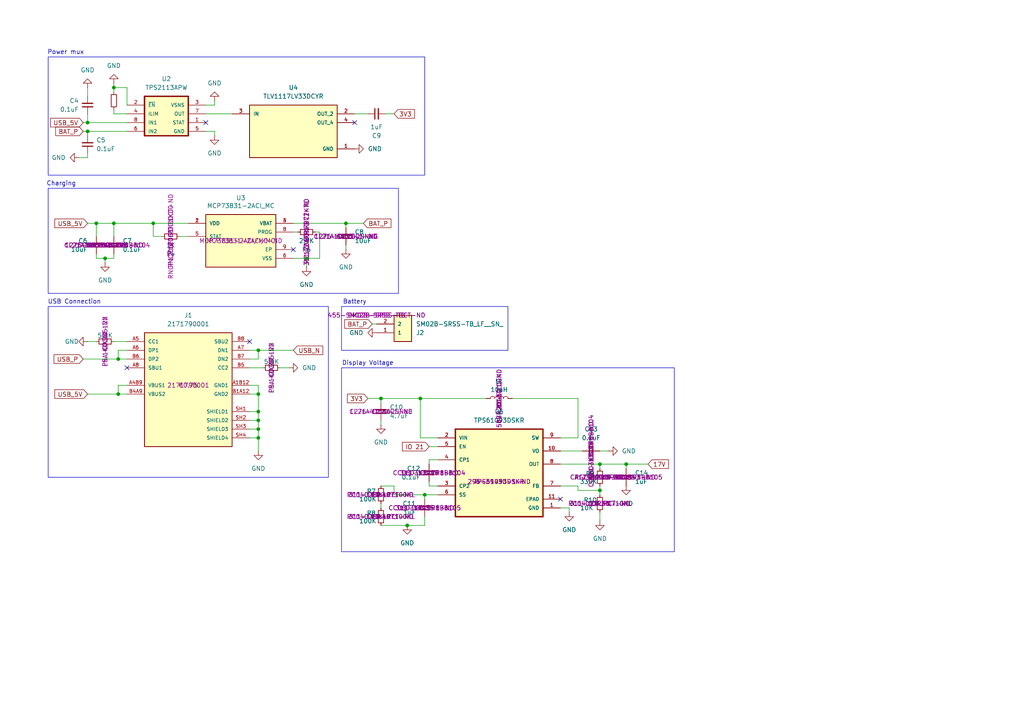
<source format=kicad_sch>
(kicad_sch (version 20250114) (generator "eeschema") (generator_version "9.0")
  (paper "A4")
  (title_block (title "Power") (date "2025-02-25") (rev "1"))
  (lib_symbols
    (symbol "2171790001:2171790001" (pin_names (offset 1.016))
      (property "Reference" "J4" (at 0 20.32 0))
      (property "Value" "2171790001" (at 0 17.78 0))
      (property "Manufacturer_Part_Number" "2171790001" (at 0 0 0))
      (property "Price" "€0.75" (at 0 0 0))
      (symbol "2171790001_0_0"
        (rectangle (start -12.7 -17.78) (end 12.7 15.24) (stroke (width 0.254)) (fill (type background)))
        (pin bidirectional line (at -17.78 12.7 0) (length 5.08) (name "CC1") (number "A5"))
        (pin bidirectional line (at -17.78 10.16 0) (length 5.08) (name "DP1") (number "A6"))
        (pin bidirectional line (at -17.78 7.62 0) (length 5.08) (name "DP2") (number "B6"))
        (pin bidirectional line (at -17.78 5.08 0) (length 5.08) (name "SBU1") (number "A8"))
        (pin power_in line (at -17.78 0 0) (length 5.08) (name "VBUS1") (number "A4B9"))
        (pin power_in line (at -17.78 -2.54 0) (length 5.08) (name "VBUS2") (number "B4A9"))
        (pin bidirectional line (at 17.78 12.7 180) (length 5.08) (name "SBU2") (number "B8"))
        (pin bidirectional line (at 17.78 10.16 180) (length 5.08) (name "DN1") (number "A7"))
        (pin bidirectional line (at 17.78 7.62 180) (length 5.08) (name "DN2") (number "B7"))
        (pin bidirectional line (at 17.78 5.08 180) (length 5.08) (name "CC2") (number "B5"))
        (pin power_in line (at 17.78 0 180) (length 5.08) (name "GND1") (number "A1B12"))
        (pin power_in line (at 17.78 -2.54 180) (length 5.08) (name "GND2") (number "B1A12"))
        (pin passive line (at 17.78 -7.62 180) (length 5.08) (name "SHIELD1") (number "SH1"))
        (pin passive line (at 17.78 -10.16 180) (length 5.08) (name "SHIELD2") (number "SH2"))
        (pin passive line (at 17.78 -12.7 180) (length 5.08) (name "SHIELD3") (number "SH3"))
        (pin passive line (at 17.78 -15.24 180) (length 5.08) (name "SHIELD4") (number "SH4"))
      )
    )
    (symbol "Device:C_Small" (pin_numbers (hide yes)) (pin_names (offset 0.254) (hide yes))
      (property "Reference" "C" (at 0.254 1.778 0))
      (property "Value" "C_Small" (at 0.254 -2.032 0))
      (symbol "C_Small_0_1"
        (polyline (pts (xy -1.524 0.508) (xy 1.524 0.508)) (stroke (width 0.3048)))
        (polyline (pts (xy -1.524 -0.508) (xy 1.524 -0.508)) (stroke (width 0.3302)))
      )
      (symbol "C_Small_1_1"
        (pin passive line (at 0 2.54 270) (length 2.032) (name "~") (number "1"))
        (pin passive line (at 0 -2.54 90) (length 2.032) (name "~") (number "2"))
      )
    )
    (symbol "Device:L" (pin_numbers (hide yes)) (pin_names (offset 1.016) (hide yes))
      (property "Reference" "L" (at -1.27 0 90))
      (property "Value" "L" (at 1.905 0 90))
      (symbol "L_0_1"
        (arc (start 0 2.54) (mid 0.6323 1.905) (end 0 1.27))
        (arc (start 0 1.27) (mid 0.6323 0.635) (end 0 0))
        (arc (start 0 0) (mid 0.6323 -0.635) (end 0 -1.27))
        (arc (start 0 -1.27) (mid 0.6323 -1.905) (end 0 -2.54))
      )
      (symbol "L_1_1"
        (pin passive line (at 0 3.81 270) (length 1.27) (name "1") (number "1"))
        (pin passive line (at 0 -3.81 90) (length 1.27) (name "2") (number "2"))
      )
    )
    (symbol "Device:R_Small" (pin_numbers (hide yes)) (pin_names (offset 0.254) (hide yes))
      (property "Reference" "R" (at 0.762 0.508 0))
      (property "Value" "R_Small" (at 0.762 -1.016 0))
      (symbol "R_Small_0_1"
        (rectangle (start -0.762 1.778) (end 0.762 -1.778) (stroke (width 0.2032)))
      )
      (symbol "R_Small_1_1"
        (pin passive line (at 0 2.54 270) (length 0.762) (name "~") (number "1"))
        (pin passive line (at 0 -2.54 90) (length 0.762) (name "~") (number "2"))
      )
    )
    (symbol "MCP73831-2ACI_MC:MCP73831-2ACI_MC" (pin_names (offset 1.016))
      (property "Reference" "U3" (at 0 12.7 0))
      (property "Value" "MCP73831-2ACI_MC" (at 0 10.16 0))
      (symbol "MCP73831-2ACI_MC_0_0"
        (rectangle (start -10.16 -7.62) (end 10.16 7.62) (stroke (width 0.254)) (fill (type background)))
        (pin power_in line (at -15.24 5.08 0) (length 5.08) (name "VDD") (number "1"))
        (pin power_in line (at -15.24 5.08 0) (length 5.08) (name "VDD") (number "2"))
        (pin output line (at -15.24 1.27 0) (length 5.08) (name "STAT") (number "5"))
        (pin output line (at 15.24 5.08 180) (length 5.08) (name "VBAT") (number "3"))
        (pin output line (at 15.24 5.08 180) (length 5.08) (name "VBAT") (number "4"))
        (pin input line (at 15.24 2.54 180) (length 5.08) (name "PROG") (number "8"))
        (pin power_in line (at 15.24 -2.54 180) (length 5.08) (name "EP") (number "9"))
        (pin power_in line (at 15.24 -5.08 180) (length 5.08) (name "VSS") (number "6"))
      )
    )
    (symbol "SM02B-SRSS-TB_LF__SN_:SM02B-SRSS-TB_LF__SN_" (pin_names (offset 1.016))
      (property "Reference" "J2" (at 11.43 5.0801 0))
      (property "Value" "SM02B-SRSS-TB_LF__SN_" (at 11.43 2.5401 0))
      (symbol "SM02B-SRSS-TB_LF__SN__0_0"
        (rectangle (start 5.08 0) (end 10.16 7.62) (stroke (width 0.254)) (fill (type background)))
        (pin power_out line (at 0 5.08 0) (length 5.08) (name "1") (number "1"))
        (pin input line (at 0 2.54 0) (length 5.08) (name "2") (number "2"))
      )
    )
    (symbol "TLV1117LV33DCYR:TLV1117LV33DCYR" (pin_names (offset 1.016))
      (property "Reference" "U" (at -12.7 8.62 0))
      (property "Value" "TLV1117LV33DCYR" (at -12.7 -11.62 0))
      (symbol "TLV1117LV33DCYR_0_0"
        (rectangle (start -12.7 -7.62) (end 12.7 7.62) (stroke (width 0.254)) (fill (type background)))
        (pin input line (at -17.78 5.08 0) (length 5.08) (name "IN") (number "3"))
        (pin output line (at 17.78 5.08 180) (length 5.08) (name "OUT_2") (number "2"))
        (pin output line (at 17.78 2.54 180) (length 5.08) (name "OUT_4") (number "4"))
        (pin power_in line (at 17.78 -5.08 180) (length 5.08) (name "GND") (number "1"))
      )
    )
    (symbol "TPS2113APW:TPS2113APW" (pin_names (offset 1.016))
      (property "Reference" "U4" (at 0 17.78 0))
      (property "Value" "TPS2113APW" (at 0 15.24 0))
      (symbol "TPS2113APW_0_0"
        (rectangle (start -6.35 12.7) (end 6.35 1.27) (stroke (width 0.41)) (fill (type background)))
        (pin input line (at -11.43 10.16 0) (length 5.08) (name "~{EN}") (number "2"))
        (pin input line (at -11.43 7.62 0) (length 5.08) (name "ILIM") (number "4"))
        (pin input line (at -11.43 5.08 0) (length 5.08) (name "IN1") (number "8"))
        (pin input line (at -11.43 2.54 0) (length 5.08) (name "IN2") (number "6"))
        (pin power_in line (at 11.43 10.16 180) (length 5.08) (name "VSNS") (number "3"))
        (pin output line (at 11.43 7.62 180) (length 5.08) (name "OUT") (number "7"))
        (pin output line (at 11.43 5.08 180) (length 5.08) (name "STAT") (number "1"))
        (pin power_in line (at 11.43 2.54 180) (length 5.08) (name "GND") (number "5"))
      )
    )
    (symbol "TPS61093DSKR:TPS61093DSKR" (pin_names (offset 1.016))
      (property "Reference" "U5" (at 0 20.32 0))
      (property "Value" "TPS61093DSKR" (at 0 17.78 0))
      (symbol "TPS61093DSKR_0_0"
        (rectangle (start -12.7 15.24) (end 12.7 -10.16) (stroke (width 0.41)) (fill (type background)))
        (pin input line (at -17.78 12.7 0) (length 5.08) (name "VIN") (number "2"))
        (pin input line (at -17.78 10.16 0) (length 5.08) (name "EN") (number "5"))
        (pin bidirectional line (at -17.78 6.35 0) (length 5.08) (name "CP1") (number "4"))
        (pin bidirectional line (at -17.78 -1.27 0) (length 5.08) (name "CP2") (number "3"))
        (pin input line (at -17.78 -3.81 0) (length 5.08) (name "SS") (number "6"))
        (pin output line (at 17.78 12.7 180) (length 5.08) (name "SW") (number "9"))
        (pin output line (at 17.78 8.89 180) (length 5.08) (name "VO") (number "10"))
        (pin output line (at 17.78 5.08 180) (length 5.08) (name "OUT") (number "8"))
        (pin input line (at 17.78 -1.27 180) (length 5.08) (name "FB") (number "7"))
        (pin power_in line (at 17.78 -5.08 180) (length 5.08) (name "EPAD") (number "11"))
        (pin power_in line (at 17.78 -7.62 180) (length 5.08) (name "GND") (number "1"))
      )
    )
    (symbol "power:GND" (power) (pin_numbers (hide yes)) (pin_names (offset 0) (hide yes))
      (property "Value" "GND" (at 0 -3.81 0))
      (symbol "GND_0_1"
        (polyline (pts (xy 0 0) (xy 0 -1.27) (xy 1.27 -1.27) (xy 0 -2.54) (xy -1.27 -1.27) (xy 0 -1.27)))
      )
      (symbol "GND_1_1"
        (pin power_in line (at 0 0 270) (length 0) (name "~") (number "1"))
      )
    )
  )
  (rectangle (start 99.06 88.9) (end 147.32 101.6))
  (rectangle (start 99.06 106.68) (end 195.58 160.02))
  (rectangle (start 13.97 88.9) (end 95.25 138.43))
  (rectangle (start 13.97 54.61) (end 115.57 85.09))
  (rectangle (start 13.97 16.51) (end 123.19 50.8))
  (text "Charging" (at 17.78 53.34 0) (effects (font (size 1.27 1.27))))
  (text "Power mux" (at 19.05 15.24 0) (effects (font (size 1.27 1.27))))
  (text "USB Connection" (at 21.59 87.63 0) (effects (font (size 1.27 1.27))))
  (text "Battery" (at 102.87 87.63 0) (effects (font (size 1.27 1.27))))
  (text "Display Voltage" (at 106.68 105.41 0) (effects (font (size 1.27 1.27))))
  (junction (at 34.29 114.3))
  (junction (at 74.93 114.3))
  (junction (at 181.61 134.62))
  (junction (at 123.19 143.51))
  (junction (at 33.02 64.77))
  (junction (at 27.94 64.77))
  (junction (at 121.92 115.57))
  (junction (at 88.9 74.93))
  (junction (at 74.93 121.92))
  (junction (at 25.4 35.56))
  (junction (at 118.11 152.4))
  (junction (at 110.49 115.57))
  (junction (at 33.02 25.4))
  (junction (at 25.4 38.1))
  (junction (at 74.93 101.6))
  (junction (at 30.48 74.93))
  (junction (at 74.93 119.38))
  (junction (at 173.99 142.24))
  (junction (at 74.93 124.46))
  (junction (at 74.93 127))
  (junction (at 100.33 64.77))
  (junction (at 173.99 134.62))
  (junction (at 34.29 104.14))
  (junction (at 44.45 64.77))
  (no_connect (at 102.87 35.56))
  (no_connect (at 59.69 35.56))
  (no_connect (at 36.83 106.68))
  (no_connect (at 162.56 144.78))
  (no_connect (at 85.09 72.39))
  (no_connect (at 72.39 99.06))
  (wire (pts (xy 25.4 64.77) (xy 27.94 64.77)))
  (wire (pts (xy 110.49 121.92) (xy 110.49 123.19)))
  (wire (pts (xy 74.93 114.3) (xy 74.93 119.38)))
  (wire (pts (xy 124.46 134.62) (xy 124.46 133.35)))
  (wire (pts (xy 34.29 101.6) (xy 34.29 104.14)))
  (wire (pts (xy 25.4 38.1) (xy 36.83 38.1)))
  (wire (pts (xy 124.46 133.35) (xy 127 133.35)))
  (wire (pts (xy 72.39 101.6) (xy 74.93 101.6)))
  (wire (pts (xy 92.71 67.31) (xy 91.44 67.31)))
  (wire (pts (xy 110.49 146.05) (xy 110.49 147.32)))
  (wire (pts (xy 148.59 115.57) (xy 167.64 115.57)))
  (wire (pts (xy 123.19 152.4) (xy 123.19 149.86)))
  (wire (pts (xy 165.1 147.32) (xy 165.1 148.59)))
  (wire (pts (xy 33.02 64.77) (xy 33.02 68.58)))
  (wire (pts (xy 173.99 140.97) (xy 173.99 142.24)))
  (wire (pts (xy 72.39 124.46) (xy 74.93 124.46)))
  (wire (pts (xy 92.71 67.31) (xy 92.71 74.93)))
  (wire (pts (xy 33.02 64.77) (xy 44.45 64.77)))
  (wire (pts (xy 162.56 147.32) (xy 165.1 147.32)))
  (wire (pts (xy 25.4 27.94) (xy 25.4 25.4)))
  (wire (pts (xy 36.83 101.6) (xy 34.29 101.6)))
  (wire (pts (xy 30.48 74.93) (xy 33.02 74.93)))
  (wire (pts (xy 74.93 127) (xy 74.93 130.81)))
  (wire (pts (xy 72.39 114.3) (xy 74.93 114.3)))
  (wire (pts (xy 167.64 142.24) (xy 167.64 140.97)))
  (wire (pts (xy 27.94 74.93) (xy 27.94 73.66)))
  (wire (pts (xy 52.07 68.58) (xy 54.61 68.58)))
  (wire (pts (xy 74.93 119.38) (xy 74.93 121.92)))
  (wire (pts (xy 27.94 74.93) (xy 30.48 74.93)))
  (wire (pts (xy 27.94 64.77) (xy 33.02 64.77)))
  (wire (pts (xy 121.92 115.57) (xy 140.97 115.57)))
  (wire (pts (xy 34.29 111.76) (xy 34.29 114.3)))
  (wire (pts (xy 173.99 134.62) (xy 181.61 134.62)))
  (wire (pts (xy 74.93 104.14) (xy 74.93 101.6)))
  (wire (pts (xy 59.69 38.1) (xy 62.23 38.1)))
  (wire (pts (xy 27.94 64.77) (xy 27.94 68.58)))
  (wire (pts (xy 74.93 124.46) (xy 74.93 127)))
  (wire (pts (xy 100.33 64.77) (xy 105.41 64.77)))
  (wire (pts (xy 124.46 129.54) (xy 127 129.54)))
  (wire (pts (xy 34.29 104.14) (xy 24.13 104.14)))
  (wire (pts (xy 25.4 39.37) (xy 25.4 38.1)))
  (wire (pts (xy 72.39 106.68) (xy 76.2 106.68)))
  (wire (pts (xy 173.99 142.24) (xy 167.64 142.24)))
  (wire (pts (xy 33.02 24.13) (xy 33.02 25.4)))
  (wire (pts (xy 74.93 127) (xy 72.39 127)))
  (wire (pts (xy 173.99 134.62) (xy 173.99 135.89)))
  (wire (pts (xy 74.93 101.6) (xy 85.09 101.6)))
  (wire (pts (xy 30.48 74.93) (xy 30.48 76.2)))
  (wire (pts (xy 85.09 64.77) (xy 100.33 64.77)))
  (wire (pts (xy 81.28 106.68) (xy 83.82 106.68)))
  (wire (pts (xy 36.83 114.3) (xy 34.29 114.3)))
  (wire (pts (xy 109.22 93.98) (xy 107.95 93.98)))
  (wire (pts (xy 25.4 45.72) (xy 25.4 44.45)))
  (wire (pts (xy 72.39 121.92) (xy 74.93 121.92)))
  (wire (pts (xy 176.53 130.81) (xy 173.99 130.81)))
  (wire (pts (xy 162.56 130.81) (xy 168.91 130.81)))
  (wire (pts (xy 110.49 152.4) (xy 118.11 152.4)))
  (wire (pts (xy 123.19 143.51) (xy 114.3 143.51)))
  (wire (pts (xy 114.3 140.97) (xy 114.3 143.51)))
  (wire (pts (xy 123.19 143.51) (xy 123.19 144.78)))
  (wire (pts (xy 62.23 30.48) (xy 62.23 29.21)))
  (wire (pts (xy 33.02 99.06) (xy 36.83 99.06)))
  (wire (pts (xy 111.76 33.02) (xy 114.3 33.02)))
  (wire (pts (xy 102.87 33.02) (xy 106.68 33.02)))
  (wire (pts (xy 44.45 64.77) (xy 44.45 68.58)))
  (wire (pts (xy 36.83 104.14) (xy 34.29 104.14)))
  (wire (pts (xy 72.39 119.38) (xy 74.93 119.38)))
  (wire (pts (xy 22.86 45.72) (xy 25.4 45.72)))
  (wire (pts (xy 110.49 115.57) (xy 121.92 115.57)))
  (wire (pts (xy 162.56 134.62) (xy 173.99 134.62)))
  (wire (pts (xy 33.02 31.75) (xy 33.02 33.02)))
  (wire (pts (xy 36.83 111.76) (xy 34.29 111.76)))
  (wire (pts (xy 181.61 134.62) (xy 187.96 134.62)))
  (wire (pts (xy 173.99 142.24) (xy 173.99 143.51)))
  (wire (pts (xy 74.93 121.92) (xy 74.93 124.46)))
  (wire (pts (xy 44.45 68.58) (xy 46.99 68.58)))
  (wire (pts (xy 181.61 135.89) (xy 181.61 134.62)))
  (wire (pts (xy 88.9 74.93) (xy 88.9 77.47)))
  (wire (pts (xy 100.33 66.04) (xy 100.33 64.77)))
  (wire (pts (xy 100.33 71.12) (xy 100.33 72.39)))
  (wire (pts (xy 167.64 127) (xy 167.64 115.57)))
  (wire (pts (xy 25.4 99.06) (xy 27.94 99.06)))
  (wire (pts (xy 110.49 115.57) (xy 110.49 116.84)))
  (wire (pts (xy 36.83 33.02) (xy 33.02 33.02)))
  (wire (pts (xy 162.56 127) (xy 167.64 127)))
  (wire (pts (xy 59.69 30.48) (xy 62.23 30.48)))
  (wire (pts (xy 121.92 127) (xy 127 127)))
  (wire (pts (xy 44.45 64.77) (xy 54.61 64.77)))
  (wire (pts (xy 24.13 35.56) (xy 25.4 35.56)))
  (wire (pts (xy 124.46 139.7) (xy 124.46 140.97)))
  (wire (pts (xy 85.09 74.93) (xy 88.9 74.93)))
  (wire (pts (xy 118.11 152.4) (xy 123.19 152.4)))
  (wire (pts (xy 62.23 38.1) (xy 62.23 39.37)))
  (wire (pts (xy 72.39 111.76) (xy 74.93 111.76)))
  (wire (pts (xy 92.71 74.93) (xy 88.9 74.93)))
  (wire (pts (xy 74.93 111.76) (xy 74.93 114.3)))
  (wire (pts (xy 173.99 148.59) (xy 173.99 151.13)))
  (wire (pts (xy 25.4 33.02) (xy 25.4 35.56)))
  (wire (pts (xy 72.39 104.14) (xy 74.93 104.14)))
  (wire (pts (xy 127 143.51) (xy 123.19 143.51)))
  (wire (pts (xy 33.02 25.4) (xy 36.83 25.4)))
  (wire (pts (xy 33.02 74.93) (xy 33.02 73.66)))
  (wire (pts (xy 34.29 114.3) (xy 25.4 114.3)))
  (wire (pts (xy 24.13 38.1) (xy 25.4 38.1)))
  (wire (pts (xy 85.09 67.31) (xy 86.36 67.31)))
  (wire (pts (xy 110.49 140.97) (xy 114.3 140.97)))
  (wire (pts (xy 106.68 115.57) (xy 110.49 115.57)))
  (wire (pts (xy 33.02 25.4) (xy 33.02 26.67)))
  (wire (pts (xy 167.64 140.97) (xy 162.56 140.97)))
  (wire (pts (xy 36.83 30.48) (xy 36.83 25.4)))
  (wire (pts (xy 124.46 140.97) (xy 127 140.97)))
  (wire (pts (xy 59.69 33.02) (xy 67.31 33.02)))
  (wire (pts (xy 25.4 35.56) (xy 36.83 35.56)))
  (wire (pts (xy 121.92 127) (xy 121.92 115.57)))
  (global_label "USB_5V" (shape input) (at 24.13 35.56 180) (property "Intersheetrefs" "${INTERSHEET_REFS}" (effects (hide yes))))
  (global_label "BAT_P" (shape input) (at 107.95 93.98 180) (property "Intersheetrefs" "${INTERSHEET_REFS}" (effects (hide yes))))
  (global_label "17V" (shape input) (at 187.96 134.62 0) (property "Intersheetrefs" "${INTERSHEET_REFS}" (effects (hide yes))))
  (global_label "USB_5V" (shape input) (at 25.4 114.3 180) (property "Intersheetrefs" "${INTERSHEET_REFS}" (effects (hide yes))))
  (global_label "3V3" (shape input) (at 106.68 115.57 180) (property "Intersheetrefs" "${INTERSHEET_REFS}" (effects (hide yes))))
  (global_label "USB_5V" (shape input) (at 25.4 64.77 180) (property "Intersheetrefs" "${INTERSHEET_REFS}" (effects (hide yes))))
  (global_label "USB_P" (shape input) (at 24.13 104.14 180) (property "Intersheetrefs" "${INTERSHEET_REFS}" (effects (hide yes))))
  (global_label "BAT_P" (shape input) (at 24.13 38.1 180) (property "Intersheetrefs" "${INTERSHEET_REFS}" (effects (hide yes))))
  (global_label "IO 21" (shape input) (at 124.46 129.54 180) (property "Intersheetrefs" "${INTERSHEET_REFS}" (effects (hide yes))))
  (global_label "3V3" (shape input) (at 114.3 33.02 0) (property "Intersheetrefs" "${INTERSHEET_REFS}" (effects (hide yes))))
  (global_label "BAT_P" (shape input) (at 105.41 64.77 0) (property "Intersheetrefs" "${INTERSHEET_REFS}" (effects (hide yes))))
  (global_label "USB_N" (shape input) (at 85.09 101.6 0) (property "Intersheetrefs" "${INTERSHEET_REFS}" (effects (hide yes))))
  (symbol (lib_id "TPS61093DSKR:TPS61093DSKR") (at 144.78 139.7 0) (unit 1)
    (property "Reference" "U5" (at 144.78 119.38 0))
    (property "Value" "TPS61093DSKR" (at 144.78 121.92 0))
    (property "Footprint" "Footprints:SON50P250X250X80-11N" (effects (hide yes)))
    (property "Datasheet" "${KIPRJMOD}/Datasheets/tps61093.pdf" (effects (hide yes)))
    (property "Price" "€1.96" (effects (hide yes)))
    (property "DigiKey_Part_Number" "296-39430-1-ND" (at 144.78 139.7 0))
    (property "Manufacturer_Part_Number" "TPS61093DSKR" (at 144.78 139.7 0))
  )
  (symbol (lib_id "power:GND") (at 100.33 72.39 0) (unit 1)
    (property "Reference" "#PWR014" (effects (hide yes)))
    (property "Value" "GND" (at 100.33 77.47 0))
    (property "Description" "Power symbol creates a global label with name \"GND\" , ground" (effects (hide yes)))
  )
  (symbol (lib_id "Device:R_Small") (at 49.53 68.58 90) (mirror x) (unit 1)
    (property "Reference" "R4" (at 49.53 73.66 90))
    (property "Value" "1K" (at 49.53 71.12 90))
    (property "Footprint" "Resistor_SMD:R_1206_3216Metric" (effects (hide yes)))
    (property "Description" "Resistor, small symbol" (effects (hide yes)))
    (property "Price" "€0.70" (at 49.53 68.58 0))
    (property "DigiKey_Part_Number" "RNCP1206FTD1K00CT-ND" (at 49.53 68.58 0))
    (property "Manufacturer_Part_Number" "RNCP1206FTD1K00" (at 49.53 68.58 0))
  )
  (symbol (lib_id "Device:R_Small") (at 110.49 143.51 180) (unit 1)
    (property "Reference" "R7" (at 107.696 142.494 0))
    (property "Value" "100K" (at 106.68 144.78 0))
    (property "Footprint" "Resistor_SMD:R_0402_1005Metric" (effects (hide yes)))
    (property "Description" "Resistor, small symbol" (effects (hide yes)))
    (property "Price" "€0.40" (at 110.49 143.51 0))
    (property "DigiKey_Part_Number" "311-100KLRCT-ND" (at 110.49 143.51 0))
    (property "Manufacturer_Part_Number" "RC0402FR-07100KL" (at 110.49 143.51 0))
  )
  (symbol (lib_id "Device:C_Small") (at 110.49 119.38 180) (unit 1)
    (property "Reference" "C10" (at 113.03 118.1035 0) (effects (justify right)))
    (property "Value" "4.7uF" (at 113.03 120.6435 0) (effects (justify right)))
    (property "Footprint" "Capacitor_SMD:C_0805_2012Metric" (effects (hide yes)))
    (property "Description" "Unpolarized capacitor, small symbol" (effects (hide yes)))
    (property "Price" "€0.30" (at 110.49 119.38 0))
    (property "DigiKey_Part_Number" "1276-1244-1-ND" (at 110.49 119.38 0))
    (property "Manufacturer_Part_Number" "CL21A475KAQNNNE" (at 110.49 119.38 0))
  )
  (symbol (lib_id "Device:C_Small") (at 123.19 147.32 0) (mirror x) (unit 1)
    (property "Reference" "C11" (at 120.65 146.0435 0) (effects (justify right)))
    (property "Value" "1uF" (at 120.65 148.5835 0) (effects (justify right)))
    (property "Footprint" "Capacitor_SMD:C_0603_1608Metric" (effects (hide yes)))
    (property "Description" "Unpolarized capacitor, small symbol" (effects (hide yes)))
    (property "DigiKey_Part_Number" "311-1445-1-ND" (at 123.19 147.32 0))
    (property "Manufacturer_Part_Number" "CC0603KRX5R8BB105" (at 123.19 147.32 0))
    (property "Price" "€0.95" (at 123.19 147.32 0))
  )
  (symbol (lib_id "SM02B-SRSS-TB_LF__SN_:SM02B-SRSS-TB_LF__SN_") (at 109.22 91.44 0) (mirror x) (unit 1)
    (property "Reference" "J2" (at 120.65 96.5201 0) (effects (justify left)))
    (property "Value" "SM02B-SRSS-TB_LF__SN_" (at 120.65 93.9801 0) (effects (justify left)))
    (property "Footprint" "Footprints:SM02B-SRSS-TB_LF__SN_" (effects (hide yes)))
    (property "Price" "€0.37" (effects (hide yes)))
    (property "DigiKey_Part_Number" "455-SM02B-SRSS-TBCT-ND" (at 109.22 91.44 0))
    (property "Manufacturer_Part_Number" "SM02B-SRSS-TB" (at 109.22 91.44 0))
  )
  (symbol (lib_id "TLV1117LV33DCYR:TLV1117LV33DCYR") (at 85.09 38.1 0) (unit 1)
    (property "Reference" "U4" (at 85.09 25.4 0))
    (property "Value" "TLV1117LV33DCYR" (at 85.09 27.94 0))
    (property "Footprint" "Footprints:VREG_TLV1117LV33DCYR" (effects (hide yes)))
    (property "Datasheet" "${KIPRJMOD}/Datasheets/tlv1117lv.pdf" (effects (hide yes)))
    (property "DigiKey_Part_Number" "296-28778-1-ND" (effects (hide yes)))
    (property "Manufacturer_Part_Number" "TLV1117LV33DCYR" (effects (hide yes)))
    (property "Price" "€0.21" (effects (hide yes)))
  )
  (symbol (lib_id "power:GND") (at 22.86 45.72 270) (unit 1)
    (property "Reference" "#PWR04" (effects (hide yes)))
    (property "Value" "GND" (at 19.05 45.7199 90) (effects (justify right)))
    (property "Description" "Power symbol creates a global label with name \"GND\" , ground" (effects (hide yes)))
  )
  (symbol (lib_id "Device:C_Small") (at 100.33 68.58 180) (unit 1)
    (property "Reference" "C8" (at 102.87 67.3035 0) (effects (justify right)))
    (property "Value" "10uF" (at 102.87 69.8435 0) (effects (justify right)))
    (property "Footprint" "Capacitor_SMD:C_0805_2012Metric" (effects (hide yes)))
    (property "Description" "Unpolarized capacitor, small symbol" (effects (hide yes)))
    (property "Price" "€0.16" (at 100.33 68.58 0))
    (property "DigiKey_Part_Number" "1276-6455-1-ND" (at 100.33 68.58 0))
    (property "Manufacturer_Part_Number" "CL21A106KOQNNNG" (at 100.33 68.58 0))
  )
  (symbol (lib_id "power:GND") (at 118.11 152.4 0) (unit 1)
    (property "Reference" "#PWR018" (effects (hide yes)))
    (property "Value" "GND" (at 118.11 157.48 0))
    (property "Description" "Power symbol creates a global label with name \"GND\" , ground" (effects (hide yes)))
  )
  (symbol (lib_id "Device:C_Small") (at 25.4 30.48 0) (mirror x) (unit 1)
    (property "Reference" "C4" (at 22.86 29.2035 0) (effects (justify right)))
    (property "Value" "0.1uF" (at 22.86 31.7435 0) (effects (justify right)))
    (property "Footprint" "Capacitor_SMD:C_0603_1608Metric" (effects (hide yes)))
    (property "Description" "Unpolarized capacitor, small symbol" (effects (hide yes)))
    (property "DigiKey_Part_Number" "311-1341-1-ND" (effects (hide yes)))
    (property "Price" "€0.48" (effects (hide yes)))
    (property "Manufacturer_Part_Number" "CC0603KRX7R8BB104" (effects (hide yes)))
  )
  (symbol (lib_id "Device:C_Small") (at 181.61 138.43 180) (unit 1)
    (property "Reference" "C14" (at 184.15 137.1535 0) (effects (justify right)))
    (property "Value" "1uF" (at 184.15 139.6935 0) (effects (justify right)))
    (property "Footprint" "Capacitor_SMD:C_0603_1608Metric" (effects (hide yes)))
    (property "Description" "Unpolarized capacitor, small symbol" (effects (hide yes)))
    (property "DigiKey_Part_Number" "311-1445-1-ND" (at 181.61 138.43 0))
    (property "Manufacturer_Part_Number" "CC0603KRX5R8BB105" (at 181.61 138.43 0))
    (property "Price" "€0.95" (at 181.61 138.43 0))
  )
  (symbol (lib_id "power:GND") (at 33.02 24.13 180) (unit 1)
    (property "Reference" "#PWR08" (effects (hide yes)))
    (property "Value" "GND" (at 33.02 19.05 0))
    (property "Description" "Power symbol creates a global label with name \"GND\" , ground" (effects (hide yes)))
  )
  (symbol (lib_id "Device:R_Small") (at 33.02 29.21 180) (unit 1)
    (property "Reference" "R3" (effects (hide yes)))
    (property "Value" "10K" (effects (hide yes)))
    (property "Footprint" "Resistor_SMD:R_0402_1005Metric" (effects (hide yes)))
    (property "Description" "Resistor, small symbol" (effects (hide yes)))
    (property "Price" "€0.30" (effects (hide yes)))
    (property "DigiKey_Part_Number" "311-10KJRCT-ND" (effects (hide yes)))
    (property "Manufacturer_Part_Number" "RC0402JR-0710KL" (effects (hide yes)))
  )
  (symbol (lib_id "Device:C_Small") (at 171.45 130.81 90) (mirror x) (unit 1)
    (property "Reference" "C13" (at 171.4564 124.46 90))
    (property "Value" "0.1uF" (at 171.4564 127 90))
    (property "Footprint" "Capacitor_SMD:C_0603_1608Metric" (effects (hide yes)))
    (property "Description" "Unpolarized capacitor, small symbol" (effects (hide yes)))
    (property "DigiKey_Part_Number" "311-1341-1-ND" (at 171.45 130.81 0))
    (property "Price" "€0.48" (at 171.45 130.81 0))
    (property "Manufacturer_Part_Number" "CC0603KRX7R8BB104" (at 171.45 130.81 0))
  )
  (symbol (lib_id "Device:C_Small") (at 124.46 137.16 0) (mirror x) (unit 1)
    (property "Reference" "C12" (at 121.92 135.8835 0) (effects (justify right)))
    (property "Value" "0.1uF" (at 121.92 138.4235 0) (effects (justify right)))
    (property "Footprint" "Capacitor_SMD:C_0603_1608Metric" (effects (hide yes)))
    (property "Description" "Unpolarized capacitor, small symbol" (effects (hide yes)))
    (property "DigiKey_Part_Number" "311-1341-1-ND" (at 124.46 137.16 0))
    (property "Price" "€0.48" (at 124.46 137.16 0))
    (property "Manufacturer_Part_Number" "CC0603KRX7R8BB104" (at 124.46 137.16 0))
  )
  (symbol (lib_id "power:GND") (at 165.1 148.59 0) (unit 1)
    (property "Reference" "#PWR019" (effects (hide yes)))
    (property "Value" "GND" (at 165.1 153.67 0))
    (property "Description" "Power symbol creates a global label with name \"GND\" , ground" (effects (hide yes)))
  )
  (symbol (lib_id "power:GND") (at 74.93 130.81 0) (unit 1)
    (property "Reference" "#PWR011" (effects (hide yes)))
    (property "Value" "GND" (at 74.93 135.89 0))
    (property "Description" "Power symbol creates a global label with name \"GND\" , ground" (effects (hide yes)))
  )
  (symbol (lib_id "2171790001:2171790001") (at 54.61 111.76 0) (unit 1)
    (property "Reference" "J1" (at 54.61 91.44 0))
    (property "Value" "2171790001" (at 54.61 93.98 0))
    (property "Footprint" "Footprints:MOLEX_2171790001" (effects (hide yes)))
    (property "Datasheet" "${KIPRJMOD}/Datasheets/2171790001.pdf" (effects (hide yes)))
    (property "DigiKey_Part_Number" "900-2171790001CT-ND" (effects (hide yes)))
    (property "Manufacturer_Part_Number" "2171790001" (at 54.61 111.76 0))
    (property "Price" "€0.75" (at 54.61 111.76 0))
  )
  (symbol (lib_id "power:GND") (at 25.4 25.4 180) (unit 1)
    (property "Reference" "#PWR05" (effects (hide yes)))
    (property "Value" "GND" (at 25.4 20.32 0))
    (property "Description" "Power symbol creates a global label with name \"GND\" , ground" (effects (hide yes)))
  )
  (symbol (lib_id "power:GND") (at 62.23 29.21 180) (unit 1)
    (property "Reference" "#PWR09" (effects (hide yes)))
    (property "Value" "GND" (at 62.23 24.13 0))
    (property "Description" "Power symbol creates a global label with name \"GND\" , ground" (effects (hide yes)))
  )
  (symbol (lib_id "power:GND") (at 88.9 77.47 0) (unit 1)
    (property "Reference" "#PWR013" (effects (hide yes)))
    (property "Value" "GND" (at 88.9 82.55 0))
    (property "Description" "Power symbol creates a global label with name \"GND\" , ground" (effects (hide yes)))
  )
  (symbol (lib_id "power:GND") (at 30.48 76.2 0) (unit 1)
    (property "Reference" "#PWR07" (effects (hide yes)))
    (property "Value" "GND" (at 30.48 81.28 0))
    (property "Description" "Power symbol creates a global label with name \"GND\" , ground" (effects (hide yes)))
  )
  (symbol (lib_id "power:GND") (at 109.22 96.52 270) (unit 1)
    (property "Reference" "#PWR016" (effects (hide yes)))
    (property "Value" "GND" (at 105.41 96.5199 90) (effects (justify right)))
    (property "Description" "Power symbol creates a global label with name \"GND\" , ground" (effects (hide yes)))
  )
  (symbol (lib_id "Device:C_Small") (at 33.02 71.12 180) (unit 1)
    (property "Reference" "C7" (at 35.56 69.8435 0) (effects (justify right)))
    (property "Value" "0.1uF" (at 35.56 72.3835 0) (effects (justify right)))
    (property "Footprint" "Capacitor_SMD:C_0603_1608Metric" (effects (hide yes)))
    (property "Description" "Unpolarized capacitor, small symbol" (effects (hide yes)))
    (property "DigiKey_Part_Number" "311-1341-1-ND" (at 33.02 71.12 0))
    (property "Price" "€0.48" (at 33.02 71.12 0))
    (property "Manufacturer_Part_Number" "CC0603KRX7R8BB104" (at 33.02 71.12 0))
  )
  (symbol (lib_id "power:GND") (at 110.49 123.19 0) (unit 1)
    (property "Reference" "#PWR017" (effects (hide yes)))
    (property "Value" "GND" (at 110.49 128.27 0))
    (property "Description" "Power symbol creates a global label with name \"GND\" , ground" (effects (hide yes)))
  )
  (symbol (lib_id "Device:R_Small") (at 173.99 146.05 180) (unit 1)
    (property "Reference" "R10" (at 171.196 145.034 0))
    (property "Value" "10K" (at 170.18 147.32 0))
    (property "Footprint" "Resistor_SMD:R_0402_1005Metric" (effects (hide yes)))
    (property "Description" "Resistor, small symbol" (effects (hide yes)))
    (property "Price" "€0.30" (at 173.99 146.05 0))
    (property "DigiKey_Part_Number" "311-10KJRCT-ND" (at 173.99 146.05 0))
    (property "Manufacturer_Part_Number" "RC0402JR-0710KL" (at 173.99 146.05 0))
  )
  (symbol (lib_id "Device:C_Small") (at 109.22 33.02 90) (mirror x) (unit 1)
    (property "Reference" "C9" (at 109.2263 39.37 90))
    (property "Value" "1uF" (at 109.2263 36.83 90))
    (property "Footprint" "Capacitor_SMD:C_0603_1608Metric" (effects (hide yes)))
    (property "Description" "Unpolarized capacitor, small symbol" (effects (hide yes)))
    (property "DigiKey_Part_Number" "311-1445-1-ND" (effects (hide yes)))
    (property "Manufacturer_Part_Number" "CC0603KRX5R8BB105" (effects (hide yes)))
    (property "Price" "€0.95" (effects (hide yes)))
  )
  (symbol (lib_id "power:GND") (at 25.4 99.06 270) (unit 1)
    (property "Reference" "#PWR06" (effects (hide yes)))
    (property "Value" "GND" (at 22.86 99.0599 90) (effects (justify right)))
    (property "Description" "Power symbol creates a global label with name \"GND\" , ground" (effects (hide yes)))
  )
  (symbol (lib_id "Device:R_Small") (at 110.49 149.86 180) (unit 1)
    (property "Reference" "R8" (at 107.696 148.844 0))
    (property "Value" "100K" (at 106.68 151.13 0))
    (property "Footprint" "Resistor_SMD:R_0402_1005Metric" (effects (hide yes)))
    (property "Description" "Resistor, small symbol" (effects (hide yes)))
    (property "Price" "€0.40" (at 110.49 149.86 0))
    (property "DigiKey_Part_Number" "311-100KLRCT-ND" (at 110.49 149.86 0))
    (property "Manufacturer_Part_Number" "RC0402FR-07100KL" (at 110.49 149.86 0))
  )
  (symbol (lib_id "Device:R_Small") (at 88.9 67.31 90) (mirror x) (unit 1)
    (property "Reference" "R6" (at 88.9 72.39 90))
    (property "Value" "2.7K" (at 88.9 69.85 90))
    (property "Footprint" "Resistor_SMD:R_1206_3216Metric" (effects (hide yes)))
    (property "Description" "Resistor, small symbol" (effects (hide yes)))
    (property "Price" "€0.10" (at 88.9 67.31 0))
    (property "DigiKey_Part_Number" "311-2.70KFRCT-ND" (at 88.9 67.31 0))
    (property "Manufacturer_Part_Number" "RC1206FR-072K7L" (at 88.9 67.31 0))
  )
  (symbol (lib_id "Device:L") (at 144.78 115.57 90) (unit 1)
    (property "Reference" "L1" (at 144.78 110.49 90))
    (property "Value" "10uH" (at 144.78 113.03 90))
    (property "Footprint" "Inductor_SMD:L_0805_2012Metric" (effects (hide yes)))
    (property "Description" "Inductor" (effects (hide yes)))
    (property "Price" "€0.10" (at 144.78 115.57 0))
    (property "DigiKey_Part_Number" "587-2045-1-ND" (at 144.78 115.57 0))
    (property "Manufacturer_Part_Number" "LBR2012T100K" (at 144.78 115.57 0))
  )
  (symbol (lib_id "Device:R_Small") (at 30.48 99.06 270) (mirror x) (unit 1)
    (property "Reference" "R2" (effects (hide yes)))
    (property "Value" "5.1K" (at 30.48 97.282 90))
    (property "Footprint" "Resistor_SMD:R_0402_1005Metric" (effects (hide yes)))
    (property "Description" "Resistor, small symbol" (effects (hide yes)))
    (property "Price" "€0.20" (at 30.48 99.06 0))
    (property "DigiKey_Part_Number" "P5.1KDCCT-ND" (at 30.48 99.06 0))
    (property "Manufacturer_Part_Number" "ERA-2AEB512X" (at 30.48 99.06 0))
  )
  (symbol (lib_id "power:GND") (at 102.87 43.18 90) (unit 1)
    (property "Reference" "#PWR015" (effects (hide yes)))
    (property "Value" "GND" (at 106.68 43.1799 90) (effects (justify right)))
    (property "Description" "Power symbol creates a global label with name \"GND\" , ground" (effects (hide yes)))
  )
  (symbol (lib_id "power:GND") (at 173.99 151.13 0) (unit 1)
    (property "Reference" "#PWR020" (effects (hide yes)))
    (property "Value" "GND" (at 173.99 156.21 0))
    (property "Description" "Power symbol creates a global label with name \"GND\" , ground" (effects (hide yes)))
  )
  (symbol (lib_id "power:GND") (at 181.61 140.97 0) (unit 1)
    (property "Reference" "#PWR022" (effects (hide yes)))
    (property "Value" "GND" (at 181.61 146.05 0))
    (property "Description" "Power symbol creates a global label with name \"GND\" , ground" (effects (hide yes)))
  )
  (symbol (lib_id "power:GND") (at 83.82 106.68 90) (unit 1)
    (property "Reference" "#PWR012" (effects (hide yes)))
    (property "Value" "GND" (at 87.63 106.6799 90) (effects (justify right)))
    (property "Description" "Power symbol creates a global label with name \"GND\" , ground" (effects (hide yes)))
  )
  (symbol (lib_id "power:GND") (at 176.53 130.81 90) (unit 1)
    (property "Reference" "#PWR021" (effects (hide yes)))
    (property "Value" "GND" (at 180.34 130.8099 90) (effects (justify right)))
    (property "Description" "Power symbol creates a global label with name \"GND\" , ground" (effects (hide yes)))
  )
  (symbol (lib_id "Device:C_Small") (at 25.4 41.91 180) (unit 1)
    (property "Reference" "C5" (at 27.94 40.6335 0) (effects (justify right)))
    (property "Value" "0.1uF" (at 27.94 43.1735 0) (effects (justify right)))
    (property "Footprint" "Capacitor_SMD:C_0603_1608Metric" (effects (hide yes)))
    (property "Description" "Unpolarized capacitor, small symbol" (effects (hide yes)))
    (property "DigiKey_Part_Number" "311-1341-1-ND" (effects (hide yes)))
    (property "Price" "€0.48" (effects (hide yes)))
    (property "Manufacturer_Part_Number" "CC0603KRX7R8BB104" (effects (hide yes)))
  )
  (symbol (lib_id "Device:R_Small") (at 173.99 138.43 180) (unit 1)
    (property "Reference" "R9" (at 171.196 137.414 0))
    (property "Value" "330K" (at 170.688 139.7 0))
    (property "Footprint" "Resistor_SMD:R_1206_3216Metric" (effects (hide yes)))
    (property "Description" "Resistor, small symbol" (effects (hide yes)))
    (property "Price" "€0.10" (at 173.99 138.43 0))
    (property "DigiKey_Part_Number" "A129840CT-ND" (at 173.99 138.43 0))
    (property "Manufacturer_Part_Number" "CRGCQ1206F330K" (at 173.99 138.43 0))
  )
  (symbol (lib_id "Device:R_Small") (at 78.74 106.68 270) (mirror x) (unit 1)
    (property "Reference" "R5" (effects (hide yes)))
    (property "Value" "5.1K" (at 78.74 104.902 90))
    (property "Footprint" "Resistor_SMD:R_0402_1005Metric" (effects (hide yes)))
    (property "Description" "Resistor, small symbol" (effects (hide yes)))
    (property "Price" "€0.20" (at 78.74 106.68 0))
    (property "DigiKey_Part_Number" "P5.1KDCCT-ND" (at 78.74 106.68 0))
    (property "Manufacturer_Part_Number" "ERA-2AEB512X" (at 78.74 106.68 0))
  )
  (symbol (lib_id "TPS2113APW:TPS2113APW") (at 48.26 40.64 0) (unit 1)
    (property "Reference" "U2" (at 48.26 22.86 0))
    (property "Value" "TPS2113APW" (at 48.26 25.4 0))
    (property "Footprint" "Footprints:SOP65P640X120-8N" (effects (hide yes)))
    (property "Datasheet" "${KIPRJMOD}/Datasheets/TPS2113APW.pdf" (effects (hide yes)))
    (property "Price" "€2.61" (effects (hide yes)))
    (property "DigiKey_Part_Number" "296-34596-5-ND" (effects (hide yes)))
    (property "Manufacturer_Part_Number" "TPS2113APW" (effects (hide yes)))
  )
  (symbol (lib_id "Device:C_Small") (at 27.94 71.12 0) (mirror x) (unit 1)
    (property "Reference" "C6" (at 25.4 69.8435 0) (effects (justify right)))
    (property "Value" "10uF" (at 25.4 72.3835 0) (effects (justify right)))
    (property "Footprint" "Capacitor_SMD:C_0805_2012Metric" (effects (hide yes)))
    (property "Description" "Unpolarized capacitor, small symbol" (effects (hide yes)))
    (property "Price" "€0.16" (at 27.94 71.12 0))
    (property "DigiKey_Part_Number" "1276-6455-1-ND" (at 27.94 71.12 0))
    (property "Manufacturer_Part_Number" "CL21A106KOQNNNG" (at 27.94 71.12 0))
  )
  (symbol (lib_id "power:GND") (at 62.23 39.37 0) (unit 1)
    (property "Reference" "#PWR010" (effects (hide yes)))
    (property "Value" "GND" (at 62.23 44.45 0))
    (property "Description" "Power symbol creates a global label with name \"GND\" , ground" (effects (hide yes)))
  )
  (symbol (lib_id "MCP73831-2ACI_MC:MCP73831-2ACI_MC") (at 69.85 69.85 0) (unit 1)
    (property "Reference" "U3" (at 69.85 57.404 0))
    (property "Value" "MCP73831-2ACI_MC" (at 69.85 59.69 0))
    (property "Footprint" "Footprints:SON50P200X300X100-9N" (effects (hide yes)))
    (property "Datasheet" "${KIPRJMOD}/Datasheets/MCP73831-2ACI_MC.pdf" (effects (hide yes)))
    (property "Price" "€0.75" (effects (hide yes)))
    (property "DigiKey_Part_Number" "MCP73831-2ACI/MC-ND" (at 69.85 69.85 0))
    (property "Manufacturer_Part_Number" "MCP73831-2ACI/MC" (at 69.85 69.85 0))
  )
)
</source>
